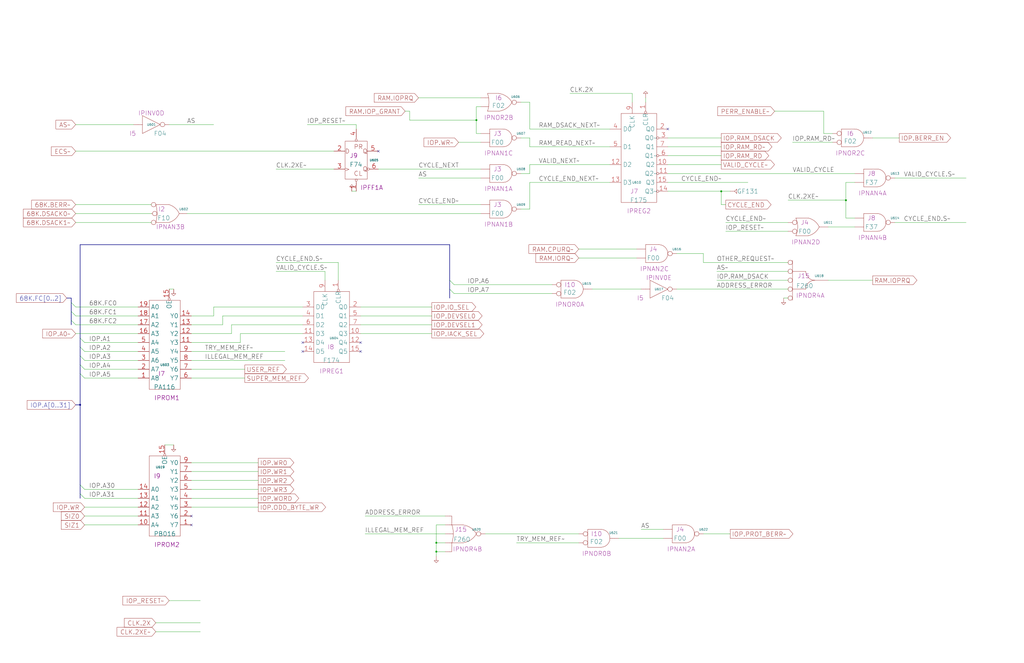
<source format=kicad_sch>
(kicad_sch (version 20220126) (generator eeschema)
  (paper "User" 584.2 378.46)
  (title_block (title "IOP\\nADDRESS DECODING") (date "22-SEP-90") (rev "2.0") (comment 1 "IOC") (comment 2 "232-003061") (comment 3 "S400") (comment 4 "RELEASED"))
  (lib_symbols
    (symbol "r1000:F00" (pin_numbers hide) (pin_names hide)
      (property "Reference" "U" (at 15.24 0 0))
      (property "Value" "F00" (at 1.905 -5.08 0))
      (property "Location" "___" (at 1.905 0 0))
      (property "Name" "______" (at 2.54 -12.7 0))
      (symbol "F00_0_1"
        (polyline (pts (xy -2.54 -7.62) (xy 5.08 -7.62)) (stroke (width 0.1524)))
        (polyline (pts (xy -2.54 2.54) (xy -2.54 -7.62)) (stroke (width 0.1524)))
        (polyline (pts (xy -2.54 2.54) (xy 5.08 2.54)) (stroke (width 0.1524)))
        (arc (start 5.08 -7.62) (mid 10.1282 -2.54) (end 5.08 2.54) (stroke (width 0.1524)))
        (circle (center 11.43 -2.54) (radius 1.27) (stroke (width 0.1524)))
      )
      (symbol "F00_0_2"
        (circle (center -3.81 -5.08) (radius 1.27) (stroke (width 0.1524)))
        (circle (center -3.81 0) (radius 1.27) (stroke (width 0.1524)))
        (arc (start -3.175 -7.62) (mid -2.134 -2.54) (end -3.175 2.54) (stroke (width 0.1524)))
        (polyline (pts (xy -3.175 -7.62) (xy 3.81 -7.62)) (stroke (width 0.1524)))
        (polyline (pts (xy -3.175 2.54) (xy 3.81 2.54)) (stroke (width 0.1524)))
        (arc (start 3.81 -7.62) (mid 7.5855 -5.8306) (end 10.16 -2.54) (stroke (width 0.1524)))
        (arc (start 10.16 -2.54) (mid 7.5827 0.7471) (end 3.81 2.54) (stroke (width 0.1524)))
      )
      (symbol "F00_1_1"
        (pin input line (at -7.62 0 0) (length 5.08) (name "D0") (number "1"))
        (pin input line (at -7.62 -5.08 0) (length 5.08) (name "D1") (number "2"))
        (pin output line (at 15.24 -2.54 180) (length 2.54) (name "Q") (number "3"))
      )
      (symbol "F00_1_2"
        (pin input line (at -7.62 0 0) (length 2.54) (name "D0") (number "1"))
        (pin input line (at -7.62 -5.08 0) (length 2.54) (name "D1") (number "2"))
        (pin output line (at 15.24 -2.54 180) (length 5.08) (name "Q") (number "3"))
      )
    )
    (symbol "r1000:F02" (pin_numbers hide) (pin_names hide)
      (property "Reference" "U" (at 12.16 0.635 0))
      (property "Value" "F02" (at -1.27 -4.445 0))
      (property "Location" "___" (at 2.54 0 0))
      (property "Name" "______" (at 2.54 -12.7 0))
      (symbol "F02_0_1"
        (arc (start -3.81 -7.62) (mid -2.9847 -2.54) (end -3.81 2.54) (stroke (width 0.1524)))
        (polyline (pts (xy -5.08 -5.08) (xy -3.175 -5.08)) (stroke (width 0.1524)))
        (polyline (pts (xy -5.08 0) (xy -3.175 0)) (stroke (width 0.1524)))
        (polyline (pts (xy -3.81 -7.62) (xy 2.54 -7.62)) (stroke (width 0.1524)))
        (polyline (pts (xy -3.81 2.54) (xy 2.54 2.54)) (stroke (width 0.1524)))
        (polyline (pts (xy 13.97 -2.54) (xy 12.7 -2.54)) (stroke (width 0.1524)))
        (arc (start 2.54 -7.62) (mid 6.9515 -5.9823) (end 10.16 -2.54) (stroke (width 0.1524)))
        (arc (start 10.16 -2.54) (mid 6.9478 0.8966) (end 2.54 2.54) (stroke (width 0.1524)))
        (circle (center 11.43 -2.54) (radius 1.27) (stroke (width 0.1524)))
      )
      (symbol "F02_0_2"
        (circle (center -3.81 -5.08) (radius 1.27) (stroke (width 0.1524)))
        (circle (center -3.81 0) (radius 1.27) (stroke (width 0.1524)))
        (polyline (pts (xy -2.54 -7.62) (xy 5.08 -7.62)) (stroke (width 0.1524)))
        (polyline (pts (xy -2.54 2.54) (xy -2.54 -7.62)) (stroke (width 0.1524)))
        (polyline (pts (xy -2.54 2.54) (xy 5.08 2.54)) (stroke (width 0.1524)))
        (polyline (pts (xy 11.43 -2.54) (xy 10.16 -2.54)) (stroke (width 0.1524)))
        (polyline (pts (xy 11.43 -2.54) (xy 12.7 -2.54)) (stroke (width 0.1524)))
        (arc (start 5.08 -7.62) (mid 10.1282 -2.54) (end 5.08 2.54) (stroke (width 0.1524)))
      )
      (symbol "F02_1_1"
        (pin input line (at -7.62 0 0) (length 2.54) (name "D0") (number "1"))
        (pin input line (at -7.62 -5.08 0) (length 2.54) (name "D1") (number "2"))
        (pin output line (at 15.24 -2.54 180) (length 1.27) (name "Q") (number "3"))
      )
      (symbol "F02_1_2"
        (pin input line (at -7.62 0 0) (length 2.54) (name "D0") (number "1"))
        (pin input line (at -7.62 -5.08 0) (length 2.54) (name "D1") (number "2"))
        (pin output line (at 15.24 -2.54 180) (length 2.54) (name "Q") (number "3"))
      )
    )
    (symbol "r1000:F04" (pin_numbers hide) (pin_names hide)
      (property "Reference" "U" (at 0 0 0))
      (property "Value" "F04" (at 1.27 -5.08 0))
      (property "Location" "___" (at -12.7 -5.08 0))
      (property "Name" "______" (at 0 5.08 0))
      (symbol "F04_0_1"
        (polyline (pts (xy -7.62 0) (xy -5.08 0)) (stroke (width 0.1524)))
        (polyline (pts (xy -5.08 5.08) (xy -5.08 -5.08)) (stroke (width 0.1524)))
        (polyline (pts (xy 5.08 0) (xy -5.08 -5.08)) (stroke (width 0.1524)))
        (polyline (pts (xy 5.08 0) (xy -5.08 5.08)) (stroke (width 0.1524)))
        (circle (center 6.35 0) (radius 1.27) (stroke (width 0.1524)))
      )
      (symbol "F04_1_1"
        (pin input line (at -10.16 0 0) (length 2.54) (name "D0") (number "1"))
        (pin output line (at 10.16 0 180) (length 2.54) (name "Q") (number "2"))
      )
    )
    (symbol "r1000:F10" (pin_numbers hide) (pin_names hide)
      (property "Reference" "U" (at 13.335 0 0))
      (property "Value" "F10" (at 5.715 -5.08 0))
      (property "Location" "___" (at -1.27 0 0))
      (property "Name" "______" (at -2.54 -10.16 0))
      (symbol "F10_0_1"
        (polyline (pts (xy -2.54 -7.62) (xy 5.08 -7.62)) (stroke (width 0.1524)))
        (polyline (pts (xy -2.54 2.54) (xy 5.08 2.54)) (stroke (width 0.1524)))
        (polyline (pts (xy -2.54 3.81) (xy -2.54 -8.89)) (stroke (width 0.1524)))
        (arc (start 5.08 -7.62) (mid 10.1282 -2.54) (end 5.08 2.54) (stroke (width 0.1524)))
        (circle (center 11.43 -2.54) (radius 1.27) (stroke (width 0.1524)))
      )
      (symbol "F10_0_2"
        (circle (center -3.81 -7.62) (radius 1.27) (stroke (width 0.1524)))
        (circle (center -3.81 2.54) (radius 1.27) (stroke (width 0.1524)))
        (circle (center -3.175 -2.54) (radius 1.27) (stroke (width 0.1524)))
        (arc (start -2.54 -7.62) (mid -1.8195 -2.54) (end -2.54 2.54) (stroke (width 0.1524)))
        (polyline (pts (xy -4.445 -2.54) (xy -5.08 -2.54)) (stroke (width 0.1524)))
        (polyline (pts (xy -2.54 -7.62) (xy 5.08 -7.62)) (stroke (width 0.1524)))
        (polyline (pts (xy -2.54 2.54) (xy 5.08 2.54)) (stroke (width 0.1524)))
        (polyline (pts (xy 10.795 -2.54) (xy 12.7 -2.54)) (stroke (width 0.1524)))
        (arc (start 5.08 -7.62) (mid 8.4845 -5.6954) (end 10.795 -2.54) (stroke (width 0.1524)))
        (arc (start 10.795 -2.54) (mid 8.4807 0.6111) (end 5.08 2.54) (stroke (width 0.1524)))
      )
      (symbol "F10_1_1"
        (pin input line (at -5.08 2.54 0) (length 2.54) (name "D0") (number "1"))
        (pin input line (at -5.08 -2.54 0) (length 2.54) (name "D1") (number "2"))
        (pin input line (at -5.08 -7.62 0) (length 2.54) (name "D2") (number "3"))
        (pin output line (at 15.24 -2.54 180) (length 2.54) (name "Q") (number "4"))
      )
      (symbol "F10_1_2"
        (pin input line (at -5.08 2.54 0) (length 0) (name "D0") (number "1"))
        (pin input line (at -5.08 -2.54 0) (length 0) (name "D1") (number "2"))
        (pin input line (at -5.08 -7.62 0) (length 0) (name "D2") (number "3"))
        (pin output line (at 15.24 -2.54 180) (length 2.54) (name "Q") (number "4"))
      )
    )
    (symbol "r1000:F174" (pin_names (offset 1.016))
      (property "Reference" "U" (at 2.54 5.08 0))
      (property "Value" "F174" (at -3.81 -7.62 0))
      (property "Location" "___" (at -1.27 0 0))
      (property "Name" "______" (at 1.27 -15.24 0))
      (symbol "F174_1_1"
        (rectangle (start -8.89 31.75) (end 11.43 -8.89))
        (circle (center 5.08 32.385) (radius 0.635))
        (pin input line (at 5.08 38.1 270) (length 5.08) (name "CLR") (number "1"))
        (pin output line (at 17.78 7.62 180) (length 6.35) (name "Q3") (number "10"))
        (pin input line (at -15.24 7.62 0) (length 6.35) (name "D3") (number "11"))
        (pin output line (at 17.78 2.54 180) (length 6.35) (name "Q4") (number "12"))
        (pin input line (at -15.24 2.54 0) (length 6.35) (name "D4") (number "13"))
        (pin input line (at -15.24 -2.54 0) (length 6.35) (name "D5") (number "14"))
        (pin output line (at 17.78 -2.54 180) (length 6.35) (name "Q5") (number "15"))
        (pin output line (at 17.78 22.86 180) (length 6.35) (name "Q0") (number "2"))
        (pin input line (at -15.24 22.86 0) (length 6.35) (name "D0") (number "3"))
        (pin input line (at -15.24 17.78 0) (length 6.35) (name "D1") (number "4"))
        (pin output line (at 17.78 17.78 180) (length 6.35) (name "Q1") (number "5"))
        (pin input line (at -15.24 12.7 0) (length 6.35) (name "D2") (number "6"))
        (pin output line (at 17.78 12.7 180) (length 6.35) (name "Q2") (number "7"))
        (pin input line (at -2.54 38.1 270) (length 6.35) (name "CLK") (number "9"))
      )
    )
    (symbol "r1000:F175" (pin_names (offset 1.016))
      (property "Reference" "U" (at 2.54 5.08 0))
      (property "Value" "F175" (at -1.27 -5.08 0))
      (property "Location" "___" (at -1.27 0 0))
      (property "Name" "______" (at 3.81 -12.7 0))
      (symbol "F175_1_1"
        (rectangle (start -6.35 44.45) (end 13.97 -6.35))
        (circle (center 7.62 45.085) (radius 0.635))
        (circle (center 14.605 0) (radius 0.635))
        (circle (center 14.605 10.16) (radius 0.635))
        (circle (center 14.605 20.32) (radius 0.635))
        (circle (center 14.605 30.48) (radius 0.635))
        (pin input line (at 7.62 50.8 270) (length 5.08) (name "CLR") (number "1"))
        (pin output line (at 20.32 15.24 180) (length 6.35) (name "Q2") (number "10"))
        (pin output line (at 20.32 10.16 180) (length 5.08) (name "Q2~") (number "11"))
        (pin input line (at -12.7 15.24 0) (length 6.35) (name "D2") (number "12"))
        (pin input line (at -12.7 5.08 0) (length 6.35) (name "D3") (number "13"))
        (pin output line (at 20.32 0 180) (length 5.08) (name "Q3~") (number "14"))
        (pin output line (at 20.32 5.08 180) (length 6.35) (name "Q3") (number "15"))
        (pin output line (at 20.32 35.56 180) (length 6.35) (name "Q0") (number "2"))
        (pin output line (at 20.32 30.48 180) (length 5.08) (name "Q0~") (number "3"))
        (pin input line (at -12.7 35.56 0) (length 6.35) (name "D0") (number "4"))
        (pin input line (at -12.7 25.4 0) (length 6.35) (name "D1") (number "5"))
        (pin output line (at 20.32 20.32 180) (length 5.08) (name "Q1~") (number "6"))
        (pin output line (at 20.32 25.4 180) (length 6.35) (name "Q1") (number "7"))
        (pin input line (at 0 50.8 270) (length 6.35) (name "CLK") (number "9"))
      )
    )
    (symbol "r1000:F260" (pin_numbers hide) (pin_names hide)
      (property "Reference" "U" (at 10.16 0 0))
      (property "Value" "F260" (at 1.905 -5.715 0))
      (property "Location" "___" (at 1.27 0 0))
      (property "Name" "______" (at 5.08 -12.7 0))
      (symbol "F260_0_1"
        (arc (start -3.8173 -7.62) (mid -2.9926 -2.54) (end -3.8173 2.54) (stroke (width 0.1524)))
        (polyline (pts (xy -5.08 -7.62) (xy -3.81 -7.62)) (stroke (width 0.1524)))
        (polyline (pts (xy -5.08 -2.54) (xy -3.0226 -2.54)) (stroke (width 0.1524)))
        (polyline (pts (xy -5.08 2.54) (xy -3.81 2.54)) (stroke (width 0.1524)))
        (polyline (pts (xy -3.81 -7.62) (xy 2.54 -7.62)) (stroke (width 0.1524)))
        (polyline (pts (xy -3.81 2.54) (xy 2.54 2.54)) (stroke (width 0.1524)))
        (polyline (pts (xy -5.08 -12.7) (xy -3.81 -12.7) (xy -3.81 -7.62)) (stroke (width 0.1524)))
        (polyline (pts (xy -5.08 7.62) (xy -3.81 7.62) (xy -3.81 2.54)) (stroke (width 0.1524)))
        (arc (start 2.54 -7.62) (mid 6.9504 -5.9805) (end 10.16 -2.54) (stroke (width 0.1524)))
        (arc (start 10.16 -2.54) (mid 6.9516 0.9024) (end 2.54 2.54) (stroke (width 0.1524)))
        (circle (center 11.43 -2.54) (radius 1.27) (stroke (width 0.1524)))
      )
      (symbol "F260_0_2"
        (circle (center -6.35 -12.7) (radius 1.27) (stroke (width 0.1524)))
        (circle (center -6.35 -7.62) (radius 1.27) (stroke (width 0.1524)))
        (circle (center -6.35 -2.54) (radius 1.27) (stroke (width 0.1524)))
        (circle (center -6.35 2.54) (radius 1.27) (stroke (width 0.1524)))
        (circle (center -6.35 7.62) (radius 1.27) (stroke (width 0.1524)))
        (polyline (pts (xy -5.08 -13.97) (xy -5.08 8.89)) (stroke (width 0.1524)))
        (polyline (pts (xy -5.08 -7.62) (xy 2.54 -7.62)) (stroke (width 0.1524)))
        (polyline (pts (xy -5.08 2.54) (xy 2.54 2.54)) (stroke (width 0.1524)))
        (arc (start 2.54 2.54) (mid -1.0521 -6.1321) (end 7.62 -2.54) (stroke (width 0.1524)))
        (arc (start 7.62 -2.54) (mid -1.0521 1.0521) (end 2.54 -7.62) (stroke (width 0.1524)))
      )
      (symbol "F260_1_1"
        (pin input line (at -7.62 -2.54 0) (length 2.54) (name "D2") (number "1"))
        (pin input line (at -7.62 7.62 0) (length 2.54) (name "D0") (number "12"))
        (pin input line (at -7.62 2.54 0) (length 2.54) (name "D1") (number "13"))
        (pin input line (at -7.62 -7.62 0) (length 2.54) (name "D3") (number "2"))
        (pin input line (at -7.62 -12.7 0) (length 2.54) (name "D4") (number "3"))
        (pin output line (at 15.24 -2.54 180) (length 2.54) (name "Q") (number "5"))
      )
      (symbol "F260_1_2"
        (pin input line (at -7.62 -2.54 0) (length 0) (name "D2") (number "1"))
        (pin input line (at -7.62 7.62 0) (length 0) (name "D0") (number "12"))
        (pin input line (at -7.62 2.54 0) (length 0) (name "D1") (number "13"))
        (pin input line (at -7.62 -7.62 0) (length 0) (name "D3") (number "2"))
        (pin input line (at -7.62 -12.7 0) (length 0) (name "D4") (number "3"))
        (pin output line (at 15.24 -2.54 180) (length 7.62) (name "Q") (number "5"))
      )
    )
    (symbol "r1000:F37" (pin_numbers hide) (pin_names (offset 0) hide)
      (property "Reference" "U" (at 15.24 0 0))
      (property "Value" "F37" (at 1.905 -5.08 0))
      (property "Location" "___" (at 1.905 0 0))
      (property "Name" "______" (at 2.54 -12.7 0))
      (symbol "F37_0_1"
        (polyline (pts (xy -2.54 -7.62) (xy 5.08 -7.62)) (stroke (width 0.1524)))
        (polyline (pts (xy -2.54 2.54) (xy -2.54 -7.62)) (stroke (width 0.1524)))
        (polyline (pts (xy -2.54 2.54) (xy 5.08 2.54)) (stroke (width 0.1524)))
        (arc (start 5.08 -7.62) (mid 10.1282 -2.54) (end 5.08 2.54) (stroke (width 0.1524)))
        (circle (center 11.43 -2.54) (radius 1.27) (stroke (width 0.1524)))
      )
      (symbol "F37_0_2"
        (circle (center -3.81 -5.08) (radius 1.27) (stroke (width 0.1524)))
        (circle (center -3.81 0) (radius 1.27) (stroke (width 0.1524)))
        (arc (start -3.175 -7.62) (mid -2.134 -2.54) (end -3.175 2.54) (stroke (width 0.1524)))
        (polyline (pts (xy -3.175 -7.62) (xy 3.81 -7.62)) (stroke (width 0.1524)))
        (polyline (pts (xy -3.175 2.54) (xy 3.81 2.54)) (stroke (width 0.1524)))
        (arc (start 3.81 -7.62) (mid 7.5855 -5.8306) (end 10.16 -2.54) (stroke (width 0.1524)))
        (arc (start 10.16 -2.54) (mid 7.5827 0.7471) (end 3.81 2.54) (stroke (width 0.1524)))
      )
      (symbol "F37_1_1"
        (pin input line (at -7.62 0 0) (length 5.08) (name "D0") (number "1"))
        (pin input line (at -7.62 -5.08 0) (length 5.08) (name "D1") (number "2"))
        (pin output line (at 15.24 -2.54 180) (length 2.54) (name "Q") (number "3"))
      )
      (symbol "F37_1_2"
        (pin input line (at -7.62 0 0) (length 2.54) (name "D0") (number "1"))
        (pin input line (at -7.62 -5.08 0) (length 2.54) (name "D1") (number "2"))
        (pin output line (at 15.24 -2.54 180) (length 5.08) (name "Q") (number "3"))
      )
    )
    (symbol "r1000:F74" (pin_names (offset 1.016) hide)
      (property "Reference" "U" (at 12.7 -2.54 0))
      (property "Value" "F74" (at -1.27 -5.08 0))
      (property "Location" "___" (at -1.27 0 0))
      (property "Name" "______" (at 11.43 -19.685 0))
      (symbol "F74_0_1"
        (rectangle (start -3.81 8.255) (end 8.89 -13.335) (stroke (width 0.1524)))
        (polyline (pts (xy 2.54 -15.24) (xy 2.54 -14.605)) (stroke (width 0.1524)))
        (polyline (pts (xy 2.54 10.16) (xy 2.54 9.525)) (stroke (width 0.1524)))
      )
      (symbol "F74_1_1"
        (circle (center 2.54 -13.97) (radius 0.635))
        (circle (center 2.54 8.89) (radius 0.635))
        (circle (center 9.525 -7.62) (radius 0.635))
        (text ">" (at -2.54 -7.62 0) (effects (font (size 2.54 2.54))))
        (text "C" (at 2.54 -10.16 0) (effects (font (size 2.54 2.54))))
        (text "D" (at -2.54 2.54 0) (effects (font (size 2.54 2.54))))
        (text "L" (at 5.08 -10.16 0) (effects (font (size 2.54 2.54))))
        (text "P" (at 2.54 5.08 0) (effects (font (size 2.54 2.54))))
        (text "Q" (at 7.62 -7.62 0) (effects (font (size 2.54 2.54))))
        (text "Q" (at 7.62 2.54 0) (effects (font (size 2.54 2.54))))
        (text "R" (at 5.08 5.08 0) (effects (font (size 2.54 2.54))))
        (pin input line (at 2.54 -20.32 90) (length 5.08) (name "CL_") (number "1"))
        (pin input line (at -10.16 2.54 0) (length 6.35) (name "D") (number "2"))
        (pin input line (at -10.16 -7.62 0) (length 6.35) (name "CLK") (number "3"))
        (pin input line (at 2.54 15.24 270) (length 5.08) (name "PR_") (number "4"))
        (pin output line (at 15.24 2.54 180) (length 6.35) (name "Q") (number "5"))
        (pin output line (at 15.24 -7.62 180) (length 5.08) (name "Q_") (number "6"))
      )
    )
    (symbol "r1000:GF" (pin_numbers hide) (pin_names (offset 0) hide)
      (property "Reference" "GF" (at 3.81 0 0))
      (symbol "GF_0_1"
        (polyline (pts (xy 2.54 0) (xy 3.81 1.27) (xy 3.81 -1.27) (xy 2.54 0)) (stroke (width 0.1524)))
      )
      (symbol "GF_1_1"
        (pin bidirectional line (at 0 0 0) (length 2.54) (name "") (number "1"))
      )
    )
    (symbol "r1000:PAxxx" (pin_names (offset 1.016))
      (property "Reference" "U" (at 2.54 5.08 0))
      (property "Value" "PAxxx" (at -3.81 -7.62 0))
      (property "Location" "___" (at -1.27 0 0))
      (property "Name" "______" (at 3.81 -15.24 0))
      (symbol "PAxxx_1_1"
        (rectangle (start -6.35 41.91) (end 11.43 -8.89))
        (circle (center 5.08 42.545) (radius 0.635))
        (pin input line (at -12.7 -2.54 0) (length 6.35) (name "A8") (number "1"))
        (pin tri_state line (at 17.78 17.78 180) (length 6.35) (name "Y3") (number "11"))
        (pin tri_state line (at 17.78 22.86 180) (length 6.35) (name "Y2") (number "12"))
        (pin tri_state line (at 17.78 27.94 180) (length 6.35) (name "Y1") (number "13"))
        (pin tri_state line (at 17.78 33.02 180) (length 6.35) (name "Y0") (number "14"))
        (pin input line (at 5.08 48.26 270) (length 5.08) (name "OE") (number "15"))
        (pin input line (at -12.7 22.86 0) (length 6.35) (name "A3") (number "16"))
        (pin input line (at -12.7 27.94 0) (length 6.35) (name "A2") (number "17"))
        (pin input line (at -12.7 33.02 0) (length 6.35) (name "A1") (number "18"))
        (pin input line (at -12.7 38.1 0) (length 6.35) (name "A0") (number "19"))
        (pin input line (at -12.7 2.54 0) (length 6.35) (name "A7") (number "2"))
        (pin input line (at -12.7 7.62 0) (length 6.35) (name "A6") (number "3"))
        (pin input line (at -12.7 12.7 0) (length 6.35) (name "A5") (number "4"))
        (pin input line (at -12.7 17.78 0) (length 6.35) (name "A4") (number "5"))
        (pin tri_state line (at 17.78 -2.54 180) (length 6.35) (name "Y7") (number "6"))
        (pin tri_state line (at 17.78 2.54 180) (length 6.35) (name "Y6") (number "7"))
        (pin tri_state line (at 17.78 7.62 180) (length 6.35) (name "Y5") (number "8"))
        (pin tri_state line (at 17.78 12.7 180) (length 6.35) (name "Y4") (number "9"))
      )
    )
    (symbol "r1000:PBxxx" (pin_names (offset 1.016))
      (property "Reference" "U" (at 2.54 5.08 0))
      (property "Value" "PBxxx" (at -1.27 -33.02 0))
      (property "Location" "___" (at -1.27 0 0))
      (property "Name" "______" (at 6.35 -40.64 0))
      (symbol "PBxxx_1_1"
        (rectangle (start -3.81 11.43) (end 13.97 -34.29))
        (circle (center 5.08 12.065) (radius 0.635))
        (pin tri_state line (at 20.32 -27.94 180) (length 6.35) (name "Y7") (number "1"))
        (pin input line (at -10.16 -27.94 0) (length 6.35) (name "A4") (number "10"))
        (pin input line (at -10.16 -22.86 0) (length 6.35) (name "A3") (number "11"))
        (pin input line (at -10.16 -17.78 0) (length 6.35) (name "A2") (number "12"))
        (pin input line (at -10.16 -12.7 0) (length 6.35) (name "A1") (number "13"))
        (pin input line (at -10.16 -7.62 0) (length 6.35) (name "A0") (number "14"))
        (pin input line (at 5.08 17.78 270) (length 5.08) (name "OE") (number "15"))
        (pin tri_state line (at 20.32 -22.86 180) (length 6.35) (name "Y6") (number "2"))
        (pin tri_state line (at 20.32 -17.78 180) (length 6.35) (name "Y5") (number "3"))
        (pin tri_state line (at 20.32 -12.7 180) (length 6.35) (name "Y4") (number "4"))
        (pin tri_state line (at 20.32 -7.62 180) (length 6.35) (name "Y3") (number "5"))
        (pin tri_state line (at 20.32 -2.54 180) (length 6.35) (name "Y2") (number "6"))
        (pin tri_state line (at 20.32 2.54 180) (length 6.35) (name "Y1") (number "7"))
        (pin tri_state line (at 20.32 7.62 180) (length 6.35) (name "Y0") (number "9"))
      )
    )
    (symbol "r1000:PD" (power) (pin_numbers hide) (pin_names hide) (in_bom no)
      (symbol "PD_0_1"
        (polyline (pts (xy 0 -2.54) (xy 1.27 -2.54) (xy 0 -3.81) (xy -1.27 -2.54) (xy 0 -2.54)) (stroke (width 0.1524)))
      )
      (symbol "PD_1_1"
        (pin power_in line (at 0 0 270) (length 2.54) (name "PD") (number "1"))
      )
    )
    (symbol "r1000:PU" (power) (pin_numbers hide) (pin_names hide)
      (symbol "PU_0_1"
        (polyline (pts (xy 0 2.54) (xy -1.27 2.54) (xy 0 3.81) (xy 1.27 2.54) (xy 0 2.54)) (stroke (width 0.1524)))
      )
      (symbol "PU_1_1"
        (pin power_in line (at 0 0 90) (length 2.54) (name "PU") (number "1"))
      )
    )
  )
  (bus (pts (xy 256.54 139.7) (xy 256.54 160.02)))
  (bus (pts (xy 256.54 160.02) (xy 256.54 165.1)))
  (bus (pts (xy 256.54 165.1) (xy 256.54 170.18)))
  (bus (pts (xy 38.1 170.18) (xy 40.64 170.18)))
  (bus (pts (xy 40.64 170.18) (xy 40.64 172.72)))
  (bus (pts (xy 40.64 172.72) (xy 40.64 177.8)))
  (bus (pts (xy 40.64 177.8) (xy 40.64 182.88)))
  (bus (pts (xy 40.64 182.88) (xy 40.64 185.42)))
  (bus (pts (xy 43.18 231.14) (xy 45.72 231.14)))
  (bus (pts (xy 45.72 139.7) (xy 256.54 139.7)))
  (bus (pts (xy 45.72 139.7) (xy 45.72 193.04)))
  (bus (pts (xy 45.72 193.04) (xy 45.72 198.12)))
  (bus (pts (xy 45.72 198.12) (xy 45.72 203.2)))
  (bus (pts (xy 45.72 203.2) (xy 45.72 208.28)))
  (bus (pts (xy 45.72 208.28) (xy 45.72 213.36)))
  (bus (pts (xy 45.72 213.36) (xy 45.72 231.14)))
  (bus (pts (xy 45.72 231.14) (xy 45.72 276.86)))
  (bus (pts (xy 45.72 276.86) (xy 45.72 281.94)))
  (bus (pts (xy 45.72 281.94) (xy 45.72 284.48)))
  (wire (pts (xy 106.68 121.92) (xy 274.32 121.92)))
  (wire (pts (xy 109.22 180.34) (xy 121.92 180.34)))
  (wire (pts (xy 109.22 190.5) (xy 132.08 190.5)))
  (wire (pts (xy 109.22 200.66) (xy 162.56 200.66)))
  (wire (pts (xy 109.22 205.74) (xy 162.56 205.74)))
  (wire (pts (xy 109.22 210.82) (xy 139.7 210.82)))
  (wire (pts (xy 109.22 215.9) (xy 139.7 215.9)))
  (wire (pts (xy 109.22 264.16) (xy 147.32 264.16)))
  (wire (pts (xy 109.22 269.24) (xy 147.32 269.24)))
  (wire (pts (xy 109.22 274.32) (xy 147.32 274.32)))
  (wire (pts (xy 109.22 279.4) (xy 147.32 279.4)))
  (wire (pts (xy 109.22 284.48) (xy 147.32 284.48)))
  (wire (pts (xy 109.22 289.56) (xy 147.32 289.56)))
  (wire (pts (xy 121.92 175.26) (xy 172.72 175.26)))
  (wire (pts (xy 121.92 180.34) (xy 121.92 175.26)))
  (wire (pts (xy 127 180.34) (xy 127 185.42)))
  (wire (pts (xy 127 185.42) (xy 109.22 185.42)))
  (wire (pts (xy 132.08 185.42) (xy 172.72 185.42)))
  (wire (pts (xy 132.08 190.5) (xy 132.08 185.42)))
  (wire (pts (xy 137.16 190.5) (xy 137.16 195.58)))
  (wire (pts (xy 137.16 195.58) (xy 109.22 195.58)))
  (wire (pts (xy 157.48 149.86) (xy 193.04 149.86)))
  (wire (pts (xy 157.48 154.94) (xy 185.42 154.94)))
  (wire (pts (xy 157.48 96.52) (xy 190.5 96.52)))
  (wire (pts (xy 172.72 180.34) (xy 127 180.34)))
  (wire (pts (xy 172.72 190.5) (xy 137.16 190.5)))
  (wire (pts (xy 175.26 71.12) (xy 203.2 71.12)))
  (wire (pts (xy 185.42 154.94) (xy 185.42 160.02)))
  (wire (pts (xy 193.04 149.86) (xy 193.04 160.02)))
  (wire (pts (xy 200.66 109.22) (xy 203.2 109.22)))
  (wire (pts (xy 203.2 71.12) (xy 203.2 73.66)))
  (wire (pts (xy 205.74 175.26) (xy 246.38 175.26)))
  (wire (pts (xy 205.74 180.34) (xy 246.38 180.34)))
  (wire (pts (xy 205.74 185.42) (xy 246.38 185.42)))
  (wire (pts (xy 205.74 190.5) (xy 246.38 190.5)))
  (wire (pts (xy 208.28 294.64) (xy 254 294.64)))
  (wire (pts (xy 208.28 304.8) (xy 254 304.8)))
  (wire (pts (xy 215.9 96.52) (xy 274.32 96.52)))
  (wire (pts (xy 231.14 63.5) (xy 233.68 63.5)))
  (wire (pts (xy 233.68 63.5) (xy 233.68 68.58)))
  (wire (pts (xy 233.68 68.58) (xy 271.78 68.58)))
  (wire (pts (xy 238.76 101.6) (xy 274.32 101.6)))
  (wire (pts (xy 238.76 116.84) (xy 274.32 116.84)))
  (wire (pts (xy 238.76 55.88) (xy 274.32 55.88)))
  (wire (pts (xy 248.92 299.72) (xy 254 299.72)))
  (wire (pts (xy 248.92 309.88) (xy 248.92 299.72)))
  (wire (pts (xy 248.92 309.88) (xy 254 309.88)))
  (wire (pts (xy 248.92 314.96) (xy 248.92 309.88)))
  (wire (pts (xy 248.92 314.96) (xy 254 314.96)))
  (wire (pts (xy 248.92 317.5) (xy 248.92 314.96)))
  (wire (pts (xy 259.08 162.56) (xy 314.96 162.56)))
  (wire (pts (xy 259.08 167.64) (xy 314.96 167.64)))
  (wire (pts (xy 261.62 81.28) (xy 274.32 81.28)))
  (wire (pts (xy 271.78 60.96) (xy 274.32 60.96)))
  (wire (pts (xy 271.78 68.58) (xy 271.78 60.96)))
  (wire (pts (xy 271.78 76.2) (xy 271.78 68.58)))
  (wire (pts (xy 274.32 76.2) (xy 271.78 76.2)))
  (wire (pts (xy 276.86 304.8) (xy 330.2 304.8)))
  (wire (pts (xy 294.64 309.88) (xy 330.2 309.88)))
  (wire (pts (xy 297.18 58.42) (xy 302.26 58.42)))
  (wire (pts (xy 297.18 99.06) (xy 302.26 99.06)))
  (wire (pts (xy 302.26 104.14) (xy 302.26 119.38)))
  (wire (pts (xy 302.26 119.38) (xy 297.18 119.38)))
  (wire (pts (xy 302.26 58.42) (xy 302.26 73.66)))
  (wire (pts (xy 302.26 73.66) (xy 347.98 73.66)))
  (wire (pts (xy 302.26 78.74) (xy 297.18 78.74)))
  (wire (pts (xy 302.26 83.82) (xy 302.26 78.74)))
  (wire (pts (xy 302.26 93.98) (xy 347.98 93.98)))
  (wire (pts (xy 302.26 99.06) (xy 302.26 93.98)))
  (wire (pts (xy 325.12 53.34) (xy 360.68 53.34)))
  (wire (pts (xy 330.2 142.24) (xy 363.22 142.24)))
  (wire (pts (xy 330.2 147.32) (xy 363.22 147.32)))
  (wire (pts (xy 337.82 165.1) (xy 365.76 165.1)))
  (wire (pts (xy 347.98 104.14) (xy 302.26 104.14)))
  (wire (pts (xy 347.98 83.82) (xy 302.26 83.82)))
  (wire (pts (xy 353.06 307.34) (xy 378.46 307.34)))
  (wire (pts (xy 360.68 53.34) (xy 360.68 58.42)))
  (wire (pts (xy 365.76 302.26) (xy 378.46 302.26)))
  (wire (pts (xy 368.3 55.88) (xy 368.3 58.42)))
  (wire (pts (xy 381 104.14) (xy 426.72 104.14)))
  (wire (pts (xy 381 109.22) (xy 411.48 109.22)))
  (wire (pts (xy 381 78.74) (xy 411.48 78.74)))
  (wire (pts (xy 381 83.82) (xy 411.48 83.82)))
  (wire (pts (xy 381 88.9) (xy 411.48 88.9)))
  (wire (pts (xy 381 93.98) (xy 411.48 93.98)))
  (wire (pts (xy 381 99.06) (xy 487.68 99.06)))
  (wire (pts (xy 386.08 144.78) (xy 401.32 144.78)))
  (wire (pts (xy 386.08 165.1) (xy 449.58 165.1)))
  (wire (pts (xy 401.32 144.78) (xy 401.32 149.86)))
  (wire (pts (xy 401.32 149.86) (xy 449.58 149.86)))
  (wire (pts (xy 401.32 304.8) (xy 416.56 304.8)))
  (wire (pts (xy 408.94 154.94) (xy 449.58 154.94)))
  (wire (pts (xy 408.94 160.02) (xy 449.58 160.02)))
  (wire (pts (xy 411.48 109.22) (xy 416.56 109.22)))
  (wire (pts (xy 411.48 116.84) (xy 411.48 109.22)))
  (wire (pts (xy 414.02 116.84) (xy 411.48 116.84)))
  (wire (pts (xy 414.02 127) (xy 449.58 127)))
  (wire (pts (xy 414.02 132.08) (xy 449.58 132.08)))
  (wire (pts (xy 43.18 116.84) (xy 86.36 116.84)))
  (wire (pts (xy 43.18 121.92) (xy 86.36 121.92)))
  (wire (pts (xy 43.18 127) (xy 86.36 127)))
  (wire (pts (xy 43.18 175.26) (xy 78.74 175.26)))
  (wire (pts (xy 43.18 180.34) (xy 78.74 180.34)))
  (wire (pts (xy 43.18 185.42) (xy 78.74 185.42)))
  (wire (pts (xy 43.18 190.5) (xy 78.74 190.5)))
  (wire (pts (xy 43.18 71.12) (xy 76.2 71.12)))
  (wire (pts (xy 43.18 86.36) (xy 190.5 86.36)))
  (wire (pts (xy 441.96 63.5) (xy 469.9 63.5)))
  (wire (pts (xy 447.04 170.18) (xy 449.58 170.18)))
  (wire (pts (xy 449.58 114.3) (xy 482.6 114.3)))
  (wire (pts (xy 452.12 81.28) (xy 474.98 81.28)))
  (wire (pts (xy 469.9 63.5) (xy 469.9 76.2)))
  (wire (pts (xy 469.9 76.2) (xy 474.98 76.2)))
  (wire (pts (xy 472.44 129.54) (xy 487.68 129.54)))
  (wire (pts (xy 472.44 160.02) (xy 497.84 160.02)))
  (wire (pts (xy 48.26 195.58) (xy 78.74 195.58)))
  (wire (pts (xy 48.26 200.66) (xy 78.74 200.66)))
  (wire (pts (xy 48.26 205.74) (xy 78.74 205.74)))
  (wire (pts (xy 48.26 210.82) (xy 78.74 210.82)))
  (wire (pts (xy 48.26 215.9) (xy 78.74 215.9)))
  (wire (pts (xy 48.26 279.4) (xy 78.74 279.4)))
  (wire (pts (xy 48.26 284.48) (xy 78.74 284.48)))
  (wire (pts (xy 48.26 289.56) (xy 78.74 289.56)))
  (wire (pts (xy 48.26 294.64) (xy 78.74 294.64)))
  (wire (pts (xy 48.26 299.72) (xy 78.74 299.72)))
  (wire (pts (xy 482.6 104.14) (xy 487.68 104.14)))
  (wire (pts (xy 482.6 114.3) (xy 482.6 104.14)))
  (wire (pts (xy 482.6 124.46) (xy 482.6 114.3)))
  (wire (pts (xy 487.68 124.46) (xy 482.6 124.46)))
  (wire (pts (xy 497.84 78.74) (xy 513.08 78.74)))
  (wire (pts (xy 510.54 101.6) (xy 551.18 101.6)))
  (wire (pts (xy 510.54 127) (xy 551.18 127)))
  (wire (pts (xy 88.9 355.6) (xy 114.3 355.6)))
  (wire (pts (xy 88.9 360.68) (xy 114.3 360.68)))
  (wire (pts (xy 93.98 254) (xy 99.06 254)))
  (wire (pts (xy 96.52 165.1) (xy 99.06 165.1)))
  (wire (pts (xy 96.52 342.9) (xy 114.3 342.9)))
  (wire (pts (xy 96.52 71.12) (xy 121.92 71.12)))
  (global_label "68K.FC[0..2]" (shape input) (at 38.1 170.18 180) (effects (font (size 2.54 2.54))) (property "Intersheet References" "${INTERSHEET_REFS}" (at 8.9444 170.0213 0) (effects (font (size 1.905 1.905)) (justify right))))
  (bus_entry (at 40.64 172.72) (size 2.54 2.54))
  (bus_entry (at 40.64 177.8) (size 2.54 2.54))
  (bus_entry (at 40.64 182.88) (size 2.54 2.54))
  (global_label "AS~" (shape input) (at 43.18 71.12 180) (effects (font (size 2.54 2.54))) (property "Intersheet References" "${INTERSHEET_REFS}" (at 31.5625 70.9613 0) (effects (font (size 1.905 1.905)) (justify right))))
  (global_label "ECS~" (shape input) (at 43.18 86.36 180) (effects (font (size 2.54 2.54))) (property "Intersheet References" "${INTERSHEET_REFS}" (at 28.9016 86.2013 0) (effects (font (size 1.905 1.905)) (justify right))))
  (global_label "68K.BERR~" (shape input) (at 43.18 116.84 180) (effects (font (size 2.54 2.54))) (property "Intersheet References" "${INTERSHEET_REFS}" (at 17.653 116.6813 0) (effects (font (size 1.905 1.905)) (justify right))))
  (global_label "68K.DSACK0~" (shape input) (at 43.18 121.92 180) (effects (font (size 2.54 2.54))) (property "Intersheet References" "${INTERSHEET_REFS}" (at 12.9359 121.7613 0) (effects (font (size 1.905 1.905)) (justify right))))
  (global_label "68K.DSACK1~" (shape input) (at 43.18 127 180) (effects (font (size 2.54 2.54))) (property "Intersheet References" "${INTERSHEET_REFS}" (at 12.9359 126.8413 0) (effects (font (size 1.905 1.905)) (justify right))))
  (global_label "IOP.A0~" (shape input) (at 43.18 190.5 180) (effects (font (size 2.54 2.54))) (property "Intersheet References" "${INTERSHEET_REFS}" (at 23.9425 190.3413 0) (effects (font (size 1.905 1.905)) (justify right))))
  (global_label "IOP.A[0..31]" (shape input) (at 43.18 231.14 180) (effects (font (size 2.54 2.54))) (property "Intersheet References" "${INTERSHEET_REFS}" (at 14.6369 231.14 0) (effects (font (size 1.905 1.905)) (justify right))))
  (bus_entry (at 45.72 193.04) (size 2.54 2.54))
  (bus_entry (at 45.72 198.12) (size 2.54 2.54))
  (bus_entry (at 45.72 203.2) (size 2.54 2.54))
  (bus_entry (at 45.72 208.28) (size 2.54 2.54))
  (bus_entry (at 45.72 213.36) (size 2.54 2.54))
  (junction (at 45.72 231.14))
  (bus_entry (at 45.72 276.86) (size 2.54 2.54))
  (bus_entry (at 45.72 281.94) (size 2.54 2.54))
  (global_label "IOP.WR" (shape input) (at 48.26 289.56 180) (effects (font (size 2.54 2.54))) (property "Intersheet References" "${INTERSHEET_REFS}" (at 23.8216 289.4013 0) (effects (font (size 1.905 1.905)) (justify right))))
  (global_label "SIZ0" (shape input) (at 48.26 294.64 180) (effects (font (size 2.54 2.54))) (property "Intersheet References" "${INTERSHEET_REFS}" (at 34.5863 294.4813 0) (effects (font (size 1.905 1.905)) (justify right))))
  (global_label "SIZ1" (shape input) (at 48.26 299.72 180) (effects (font (size 2.54 2.54))) (property "Intersheet References" "${INTERSHEET_REFS}" (at 34.5863 299.5613 0) (effects (font (size 1.905 1.905)) (justify right))))
  (label "68K.FC0" (at 50.8 175.26 0) (effects (font (size 2.54 2.54))))
  (label "68K.FC1" (at 50.8 180.34 0) (effects (font (size 2.54 2.54))))
  (label "68K.FC2" (at 50.8 185.42 0) (effects (font (size 2.54 2.54))))
  (label "IOP.A1" (at 50.8 195.58 0) (effects (font (size 2.54 2.54))))
  (label "IOP.A2" (at 50.8 200.66 0) (effects (font (size 2.54 2.54))))
  (label "IOP.A3" (at 50.8 205.74 0) (effects (font (size 2.54 2.54))))
  (label "IOP.A4" (at 50.8 210.82 0) (effects (font (size 2.54 2.54))))
  (label "IOP.A5" (at 50.8 215.9 0) (effects (font (size 2.54 2.54))))
  (label "IOP.A30" (at 50.8 279.4 0) (effects (font (size 2.54 2.54))))
  (label "IOP.A31" (at 50.8 284.48 0) (effects (font (size 2.54 2.54))))
  (symbol (lib_id "r1000:F04") (at 86.36 71.12 0) (unit 1)
    (property "Reference" "U601" (at 86.36 71.12 0))
    (property "Value" "F04" (at 87.63 76.2 0) (effects (font (size 2.54 2.54)) (justify left)))
    (property "Location" "I5" (at 73.66 76.2 0) (effects (font (size 2.54 2.54)) (justify left)))
    (property "Name" "IPINV0D" (at 86.36 66.04 0) (effects (font (size 2.54 2.54)) (justify bottom)))
  )
  (symbol (lib_id "r1000:PBxxx") (at 88.9 271.78 0) (unit 1)
    (property "Reference" "U619" (at 91.44 266.7 0))
    (property "Value" "PB016" (at 87.63 304.8 0) (effects (font (size 2.54 2.54)) (justify left)))
    (property "Location" "I9" (at 87.63 271.78 0) (effects (font (size 2.54 2.54)) (justify left)))
    (property "Name" "IPROM2" (at 95.25 312.42 0) (effects (font (size 2.54 2.54)) (justify bottom)))
  )
  (global_label "CLK.2X" (shape input) (at 88.9 355.6 180) (effects (font (size 2.54 2.54))) (property "Intersheet References" "${INTERSHEET_REFS}" (at 64.3406 355.4413 0) (effects (font (size 1.905 1.905)) (justify right))))
  (global_label "CLK.2XE~" (shape input) (at 88.9 360.68 180) (effects (font (size 2.54 2.54))) (property "Intersheet References" "${INTERSHEET_REFS}" (at 60.2282 360.5213 0) (effects (font (size 1.905 1.905)) (justify right))))
  (symbol (lib_id "r1000:F10") (at 91.44 119.38 0) (unit 1) (convert 2)
    (property "Reference" "U602" (at 104.775 119.38 0))
    (property "Value" "F10" (at 97.155 124.46 0) (effects (font (size 2.54 2.54)) (justify right)))
    (property "Location" "I2" (at 90.17 119.38 0) (effects (font (size 2.54 2.54)) (justify left)))
    (property "Name" "IPNAN3B" (at 88.9 129.54 0) (effects (font (size 2.54 2.54)) (justify left)))
  )
  (symbol (lib_id "r1000:PAxxx") (at 91.44 213.36 0) (unit 1)
    (property "Reference" "U603" (at 93.98 208.28 0))
    (property "Value" "PA116" (at 87.63 220.98 0) (effects (font (size 2.54 2.54)) (justify left)))
    (property "Location" "I7" (at 90.17 213.36 0) (effects (font (size 2.54 2.54)) (justify left)))
    (property "Name" "IPROM1" (at 95.25 228.6 0) (effects (font (size 2.54 2.54)) (justify bottom)))
  )
  (global_label "IOP_RESET~" (shape input) (at 96.52 342.9 180) (effects (font (size 2.54 2.54))) (property "Intersheet References" "${INTERSHEET_REFS}" (at 69.6625 342.7413 0) (effects (font (size 1.905 1.905)) (justify right))))
  (symbol (lib_id "r1000:PD") (at 99.06 165.1 0) (unit 1) (in_bom no)
    (property "Reference" "#PWR0601" (effects hide))
    (property "Value" "PD" (effects hide))
  )
  (symbol (lib_id "r1000:PD") (at 99.06 254 0) (unit 1) (in_bom no)
    (property "Reference" "#PWR0605" (effects hide))
    (property "Value" "PD" (effects hide))
  )
  (label "AS" (at 106.68 71.12 0) (effects (font (size 2.54 2.54))))
  (no_connect (at 109.22 294.64))
  (no_connect (at 109.22 299.72))
  (label "TRY_MEM_REF~" (at 116.84 200.66 0) (effects (font (size 2.54 2.54))))
  (label "ILLEGAL_MEM_REF" (at 116.84 205.74 0) (effects (font (size 2.54 2.54))))
  (global_label "USER_REF" (shape output) (at 139.7 210.82 0) (effects (font (size 2.54 2.54))) (property "Intersheet References" "${INTERSHEET_REFS}" (at 163.7756 210.6613 0) (effects (font (size 1.905 1.905)) (justify left))))
  (global_label "SUPER_MEM_REF" (shape output) (at 139.7 215.9 0) (effects (font (size 2.54 2.54))) (property "Intersheet References" "${INTERSHEET_REFS}" (at 176.3546 215.7413 0) (effects (font (size 1.905 1.905)) (justify left))))
  (global_label "IOP.WR0" (shape output) (at 147.32 264.16 0) (effects (font (size 2.54 2.54))) (property "Intersheet References" "${INTERSHEET_REFS}" (at 168.0089 264.0013 0) (effects (font (size 1.905 1.905)) (justify left))))
  (global_label "IOP.WR1" (shape output) (at 147.32 269.24 0) (effects (font (size 2.54 2.54))) (property "Intersheet References" "${INTERSHEET_REFS}" (at 168.0089 269.0813 0) (effects (font (size 1.905 1.905)) (justify left))))
  (global_label "IOP.WR2" (shape output) (at 147.32 274.32 0) (effects (font (size 2.54 2.54))) (property "Intersheet References" "${INTERSHEET_REFS}" (at 168.0089 274.1613 0) (effects (font (size 1.905 1.905)) (justify left))))
  (global_label "IOP.WR3" (shape output) (at 147.32 279.4 0) (effects (font (size 2.54 2.54))) (property "Intersheet References" "${INTERSHEET_REFS}" (at 168.0089 279.2413 0) (effects (font (size 1.905 1.905)) (justify left))))
  (global_label "IOP.WORD" (shape output) (at 147.32 284.48 0) (effects (font (size 2.54 2.54))) (property "Intersheet References" "${INTERSHEET_REFS}" (at 170.7908 284.3213 0) (effects (font (size 1.905 1.905)) (justify left))))
  (global_label "IOP.ODD_BYTE_WR" (shape output) (at 147.32 289.56 0) (effects (font (size 2.54 2.54))) (property "Intersheet References" "${INTERSHEET_REFS}" (at 186.1518 289.4013 0) (effects (font (size 1.905 1.905)) (justify left))))
  (label "CLK.2XE~" (at 157.48 96.52 0) (effects (font (size 2.54 2.54))))
  (label "CYCLE_END.S~" (at 157.48 149.86 0) (effects (font (size 2.54 2.54))))
  (label "VALID_CYCLE.S~" (at 157.48 154.94 0) (effects (font (size 2.54 2.54))))
  (no_connect (at 172.72 195.58))
  (no_connect (at 172.72 200.66))
  (label "IOP_RESET~" (at 175.26 71.12 0) (effects (font (size 2.54 2.54))))
  (symbol (lib_id "r1000:F174") (at 187.96 198.12 0) (unit 1)
    (property "Reference" "U604" (at 190.5 193.04 0))
    (property "Value" "F174" (at 184.15 205.74 0) (effects (font (size 2.54 2.54)) (justify left)))
    (property "Location" "I8" (at 186.69 198.12 0) (effects (font (size 2.54 2.54)) (justify left)))
    (property "Name" "IPREG1" (at 189.23 213.36 0) (effects (font (size 2.54 2.54)) (justify bottom)))
  )
  (symbol (lib_id "r1000:F74") (at 200.66 88.9 0) (unit 1)
    (property "Reference" "U605" (at 213.36 91.44 0))
    (property "Value" "F74" (at 199.39 93.98 0) (effects (font (size 2.54 2.54)) (justify left)))
    (property "Location" "J9" (at 199.39 88.9 0) (effects (font (size 2.54 2.54)) (justify left)))
    (property "Name" "IPFF1A" (at 212.09 108.585 0) (effects (font (size 2.54 2.54)) (justify bottom)))
  )
  (symbol (lib_id "r1000:PU") (at 200.66 109.22 0) (unit 1)
    (property "Reference" "#PWR0602" (effects hide))
    (property "Value" "PU" (effects hide))
  )
  (no_connect (at 205.74 195.58))
  (no_connect (at 205.74 200.66))
  (label "ADDRESS_ERROR" (at 208.28 294.64 0) (effects (font (size 2.54 2.54))))
  (label "ILLEGAL_MEM_REF" (at 208.28 304.8 0) (effects (font (size 2.54 2.54))))
  (no_connect (at 215.9 86.36))
  (global_label "RAM.IOP_GRANT" (shape input) (at 231.14 63.5 180) (effects (font (size 2.54 2.54))) (property "Intersheet References" "${INTERSHEET_REFS}" (at 196.9044 63.3413 0) (effects (font (size 1.905 1.905)) (justify right))))
  (global_label "RAM.IOPRQ" (shape input) (at 238.76 55.88 180) (effects (font (size 2.54 2.54))) (property "Intersheet References" "${INTERSHEET_REFS}" (at 213.112 55.7213 0) (effects (font (size 1.905 1.905)) (justify right))))
  (label "CYCLE_NEXT" (at 238.76 96.52 0) (effects (font (size 2.54 2.54))))
  (label "AS" (at 238.76 101.6 0) (effects (font (size 2.54 2.54))))
  (label "CYCLE_END~" (at 238.76 116.84 0) (effects (font (size 2.54 2.54))))
  (global_label "IOP.IO_SEL" (shape output) (at 246.38 175.26 0) (effects (font (size 2.54 2.54))) (property "Intersheet References" "${INTERSHEET_REFS}" (at 271.786 175.1013 0) (effects (font (size 1.905 1.905)) (justify left))))
  (global_label "IOP.DEVSEL0" (shape output) (at 246.38 180.34 0) (effects (font (size 2.54 2.54))) (property "Intersheet References" "${INTERSHEET_REFS}" (at 275.4146 180.1813 0) (effects (font (size 1.905 1.905)) (justify left))))
  (global_label "IOP.DEVSEL1" (shape output) (at 246.38 185.42 0) (effects (font (size 2.54 2.54))) (property "Intersheet References" "${INTERSHEET_REFS}" (at 275.4146 185.2613 0) (effects (font (size 1.905 1.905)) (justify left))))
  (global_label "IOP.IACK_SEL" (shape output) (at 246.38 190.5 0) (effects (font (size 2.54 2.54))) (property "Intersheet References" "${INTERSHEET_REFS}" (at 276.3822 190.3413 0) (effects (font (size 1.905 1.905)) (justify left))))
  (junction (at 248.92 309.88))
  (junction (at 248.92 314.96))
  (symbol (lib_id "r1000:PD") (at 248.92 317.5 0) (unit 1) (in_bom no)
    (property "Reference" "#PWR0606" (effects hide))
    (property "Value" "PD" (effects hide))
  )
  (bus_entry (at 256.54 160.02) (size 2.54 2.54))
  (bus_entry (at 256.54 165.1) (size 2.54 2.54))
  (global_label "IOP.WR~" (shape input) (at 261.62 81.28 180) (effects (font (size 2.54 2.54))) (property "Intersheet References" "${INTERSHEET_REFS}" (at 241.5359 81.1213 0) (effects (font (size 1.905 1.905)) (justify right))))
  (symbol (lib_id "r1000:F260") (at 261.62 302.26 0) (unit 1)
    (property "Reference" "U620" (at 271.78 302.26 0))
    (property "Value" "F260" (at 263.525 307.975 0) (effects (font (size 2.54 2.54))))
    (property "Location" "J15" (at 262.89 302.26 0) (effects (font (size 2.54 2.54))))
    (property "Name" "IPNOR4B" (at 266.7 314.96 0) (effects (font (size 2.54 2.54)) (justify bottom)))
  )
  (label "IOP.A6" (at 266.7 162.56 0) (effects (font (size 2.54 2.54))))
  (label "IOP.A7" (at 266.7 167.64 0) (effects (font (size 2.54 2.54))))
  (junction (at 271.78 68.58))
  (symbol (lib_id "r1000:F02") (at 281.94 55.88 0) (unit 1)
    (property "Reference" "U606" (at 294.1 55.245 0))
    (property "Value" "F02" (at 280.67 60.325 0) (effects (font (size 2.54 2.54)) (justify left)))
    (property "Location" "I6" (at 284.48 55.88 0) (effects (font (size 2.54 2.54))))
    (property "Name" "IPNOR2B" (at 284.48 68.58 0) (effects (font (size 2.54 2.54)) (justify bottom)))
  )
  (symbol (lib_id "r1000:F00") (at 281.94 76.2 0) (unit 1)
    (property "Reference" "U607" (at 297.18 76.2 0))
    (property "Value" "F00" (at 283.845 81.28 0) (effects (font (size 2.54 2.54))))
    (property "Location" "J3" (at 283.845 76.2 0) (effects (font (size 2.54 2.54))))
    (property "Name" "IPNAN1C" (at 284.48 88.9 0) (effects (font (size 2.54 2.54)) (justify bottom)))
  )
  (symbol (lib_id "r1000:F00") (at 281.94 96.52 0) (unit 1)
    (property "Reference" "U608" (at 297.18 96.52 0))
    (property "Value" "F00" (at 283.845 101.6 0) (effects (font (size 2.54 2.54))))
    (property "Location" "J3" (at 283.845 96.52 0) (effects (font (size 2.54 2.54))))
    (property "Name" "IPNAN1A" (at 284.48 109.22 0) (effects (font (size 2.54 2.54)) (justify bottom)))
  )
  (symbol (lib_id "r1000:F00") (at 281.94 116.84 0) (unit 1)
    (property "Reference" "U609" (at 297.18 116.84 0))
    (property "Value" "F00" (at 283.845 121.92 0) (effects (font (size 2.54 2.54))))
    (property "Location" "J3" (at 283.845 116.84 0) (effects (font (size 2.54 2.54))))
    (property "Name" "IPNAN1B" (at 284.48 129.54 0) (effects (font (size 2.54 2.54)) (justify bottom)))
  )
  (label "TRY_MEM_REF~" (at 294.64 309.88 0) (effects (font (size 2.54 2.54))))
  (label "RAM_DSACK_NEXT~" (at 307.34 73.66 0) (effects (font (size 2.54 2.54))))
  (label "RAM_READ_NEXT~" (at 307.34 83.82 0) (effects (font (size 2.54 2.54))))
  (label "VALID_NEXT~" (at 307.34 93.98 0) (effects (font (size 2.54 2.54))))
  (label "CYCLE_END_NEXT~" (at 307.34 104.14 0) (effects (font (size 2.54 2.54))))
  (symbol (lib_id "r1000:F02") (at 322.58 162.56 0) (unit 1) (convert 2)
    (property "Reference" "U615" (at 334.74 161.925 0))
    (property "Value" "F02" (at 321.31 167.005 0) (effects (font (size 2.54 2.54)) (justify left)))
    (property "Location" "I10" (at 325.12 162.56 0) (effects (font (size 2.54 2.54))))
    (property "Name" "IPNOR0A" (at 325.12 175.26 0) (effects (font (size 2.54 2.54)) (justify bottom)))
  )
  (label "CLK.2X" (at 325.12 53.34 0) (effects (font (size 2.54 2.54))))
  (global_label "RAM.CPURQ~" (shape input) (at 330.2 142.24 180) (effects (font (size 2.54 2.54))) (property "Intersheet References" "${INTERSHEET_REFS}" (at 301.4073 142.0813 0) (effects (font (size 1.905 1.905)) (justify right))))
  (global_label "RAM.IORQ~" (shape input) (at 330.2 147.32 180) (effects (font (size 2.54 2.54))) (property "Intersheet References" "${INTERSHEET_REFS}" (at 305.2778 147.1613 0) (effects (font (size 1.905 1.905)) (justify right))))
  (symbol (lib_id "r1000:F02") (at 337.82 304.8 0) (unit 1) (convert 2)
    (property "Reference" "U621" (at 349.98 304.165 0))
    (property "Value" "F02" (at 336.55 309.245 0) (effects (font (size 2.54 2.54)) (justify left)))
    (property "Location" "I10" (at 340.36 304.8 0) (effects (font (size 2.54 2.54))))
    (property "Name" "IPNOR0B" (at 340.36 317.5 0) (effects (font (size 2.54 2.54)) (justify bottom)))
  )
  (symbol (lib_id "r1000:F175") (at 360.68 109.22 0) (unit 1)
    (property "Reference" "U610" (at 363.22 104.14 0))
    (property "Value" "F175" (at 359.41 114.3 0) (effects (font (size 2.54 2.54)) (justify left)))
    (property "Location" "J7" (at 359.41 109.22 0) (effects (font (size 2.54 2.54)) (justify left)))
    (property "Name" "IPREG2" (at 364.49 121.92 0) (effects (font (size 2.54 2.54)) (justify bottom)))
  )
  (label "AS" (at 365.76 302.26 0) (effects (font (size 2.54 2.54))))
  (symbol (lib_id "r1000:PU") (at 368.3 55.88 0) (unit 1)
    (property "Reference" "#PWR0603" (effects hide))
    (property "Value" "PU" (effects hide))
  )
  (symbol (lib_id "r1000:F00") (at 370.84 142.24 0) (unit 1)
    (property "Reference" "U616" (at 386.08 142.24 0))
    (property "Value" "F00" (at 372.745 147.32 0) (effects (font (size 2.54 2.54))))
    (property "Location" "J4" (at 372.745 142.24 0) (effects (font (size 2.54 2.54))))
    (property "Name" "IPNAN2C" (at 373.38 154.94 0) (effects (font (size 2.54 2.54)) (justify bottom)))
  )
  (symbol (lib_id "r1000:F04") (at 375.92 165.1 0) (unit 1)
    (property "Reference" "U617" (at 375.92 165.1 0))
    (property "Value" "F04" (at 377.19 170.18 0) (effects (font (size 2.54 2.54)) (justify left)))
    (property "Location" "I5" (at 363.22 170.18 0) (effects (font (size 2.54 2.54)) (justify left)))
    (property "Name" "IPINV0E" (at 375.92 160.02 0) (effects (font (size 2.54 2.54)) (justify bottom)))
  )
  (no_connect (at 381 73.66))
  (symbol (lib_id "r1000:F00") (at 386.08 302.26 0) (unit 1)
    (property "Reference" "U622" (at 401.32 302.26 0))
    (property "Value" "F00" (at 387.985 307.34 0) (effects (font (size 2.54 2.54))))
    (property "Location" "J4" (at 387.985 302.26 0) (effects (font (size 2.54 2.54))))
    (property "Name" "IPNAN2A" (at 388.62 314.96 0) (effects (font (size 2.54 2.54)) (justify bottom)))
  )
  (label "CYCLE_END~" (at 388.62 104.14 0) (effects (font (size 2.54 2.54))))
  (label "OTHER_REQUEST~" (at 408.94 149.86 0) (effects (font (size 2.54 2.54))))
  (label "AS~" (at 408.94 154.94 0) (effects (font (size 2.54 2.54))))
  (label "IOP.RAM_DSACK" (at 408.94 160.02 0) (effects (font (size 2.54 2.54))))
  (label "ADDRESS_ERROR" (at 408.94 165.1 0) (effects (font (size 2.54 2.54))))
  (global_label "IOP.RAM_DSACK" (shape output) (at 411.48 78.74 0) (effects (font (size 2.54 2.54))) (property "Intersheet References" "${INTERSHEET_REFS}" (at 446.0784 78.5813 0) (effects (font (size 1.905 1.905)) (justify left))))
  (global_label "IOP.RAM_RD~" (shape output) (at 411.48 83.82 0) (effects (font (size 2.54 2.54))) (property "Intersheet References" "${INTERSHEET_REFS}" (at 440.7565 83.6613 0) (effects (font (size 1.905 1.905)) (justify left))))
  (global_label "IOP.RAM_RD" (shape output) (at 411.48 88.9 0) (effects (font (size 2.54 2.54))) (property "Intersheet References" "${INTERSHEET_REFS}" (at 438.9422 88.7413 0) (effects (font (size 1.905 1.905)) (justify left))))
  (global_label "VALID_CYCLE~" (shape output) (at 411.48 93.98 0) (effects (font (size 2.54 2.54))) (property "Intersheet References" "${INTERSHEET_REFS}" (at 442.208 93.8213 0) (effects (font (size 1.905 1.905)) (justify left))))
  (junction (at 411.48 109.22))
  (global_label "CYCLE_END" (shape output) (at 414.02 116.84 0) (effects (font (size 2.54 2.54))) (property "Intersheet References" "${INTERSHEET_REFS}" (at 440.2727 116.6813 0) (effects (font (size 1.905 1.905)) (justify left))))
  (label "CYCLE_END~" (at 414.02 127 0) (effects (font (size 2.54 2.54))))
  (label "IOP_RESET~" (at 414.02 132.08 0) (effects (font (size 2.54 2.54))))
  (symbol (lib_id "r1000:GF") (at 416.56 109.22 0) (unit 1)
    (property "Reference" "GF131" (at 420.37 109.22 0) (effects (font (size 2.54 2.54)) (justify left)))
    (property "Value" "GF" (effects hide))
  )
  (global_label "IOP.PROT_BERR~" (shape output) (at 416.56 304.8 0) (effects (font (size 2.54 2.54))) (property "Intersheet References" "${INTERSHEET_REFS}" (at 452.7308 304.6413 0) (effects (font (size 1.905 1.905)) (justify left))))
  (global_label "PERR_ENABLE~" (shape input) (at 441.96 63.5 180) (effects (font (size 2.54 2.54))) (property "Intersheet References" "${INTERSHEET_REFS}" (at 409.0549 63.3413 0) (effects (font (size 1.905 1.905)) (justify right))))
  (symbol (lib_id "r1000:PD") (at 447.04 170.18 0) (unit 1) (in_bom no)
    (property "Reference" "#PWR0604" (effects hide))
    (property "Value" "PD" (effects hide))
  )
  (label "CLK.2XE~" (at 449.58 114.3 0) (effects (font (size 2.54 2.54))))
  (label "IOP.RAM_RD~" (at 452.12 81.28 0) (effects (font (size 2.54 2.54))))
  (label "VALID_CYCLE" (at 452.12 99.06 0) (effects (font (size 2.54 2.54))))
  (symbol (lib_id "r1000:F00") (at 457.2 127 0) (unit 1) (convert 2)
    (property "Reference" "U611" (at 472.44 127 0))
    (property "Value" "F00" (at 459.105 132.08 0) (effects (font (size 2.54 2.54))))
    (property "Location" "J4" (at 459.105 127 0) (effects (font (size 2.54 2.54))))
    (property "Name" "IPNAN2D" (at 459.74 139.7 0) (effects (font (size 2.54 2.54)) (justify bottom)))
  )
  (symbol (lib_id "r1000:F260") (at 457.2 157.48 0) (unit 1) (convert 2)
    (property "Reference" "U618" (at 467.36 157.48 0))
    (property "Value" "F260" (at 459.105 163.195 0) (effects (font (size 2.54 2.54))))
    (property "Location" "J15" (at 458.47 157.48 0) (effects (font (size 2.54 2.54))))
    (property "Name" "IPNOR4A" (at 462.28 170.18 0) (effects (font (size 2.54 2.54)) (justify bottom)))
  )
  (symbol (lib_id "r1000:F02") (at 482.6 76.2 0) (unit 1) (convert 2)
    (property "Reference" "U612" (at 494.76 75.565 0))
    (property "Value" "F02" (at 481.33 80.645 0) (effects (font (size 2.54 2.54)) (justify left)))
    (property "Location" "I6" (at 485.14 76.2 0) (effects (font (size 2.54 2.54))))
    (property "Name" "IPNOR2C" (at 485.14 88.9 0) (effects (font (size 2.54 2.54)) (justify bottom)))
  )
  (junction (at 482.6 114.3))
  (symbol (lib_id "r1000:F37") (at 495.3 99.06 0) (unit 1)
    (property "Reference" "U613" (at 510.54 99.06 0))
    (property "Value" "F37" (at 497.205 104.14 0) (effects (font (size 2.54 2.54))))
    (property "Location" "J8" (at 497.205 99.06 0) (effects (font (size 2.54 2.54))))
    (property "Name" "IPNAN4A" (at 497.84 111.76 0) (effects (font (size 2.54 2.54)) (justify bottom)))
  )
  (symbol (lib_id "r1000:F37") (at 495.3 124.46 0) (unit 1)
    (property "Reference" "U614" (at 510.54 124.46 0))
    (property "Value" "F37" (at 497.205 129.54 0) (effects (font (size 2.54 2.54))))
    (property "Location" "J8" (at 497.205 124.46 0) (effects (font (size 2.54 2.54))))
    (property "Name" "IPNAN4B" (at 497.84 137.16 0) (effects (font (size 2.54 2.54)) (justify bottom)))
  )
  (global_label "RAM.IOPRQ" (shape output) (at 497.84 160.02 0) (effects (font (size 2.54 2.54))) (property "Intersheet References" "${INTERSHEET_REFS}" (at 523.488 159.8613 0) (effects (font (size 1.905 1.905)) (justify left))))
  (global_label "IOP.BERR_EN" (shape output) (at 513.08 78.74 0) (effects (font (size 2.54 2.54))) (property "Intersheet References" "${INTERSHEET_REFS}" (at 542.7194 78.5813 0) (effects (font (size 1.905 1.905)) (justify left))))
  (label "VALID_CYCLE.S~" (at 515.62 101.6 0) (effects (font (size 2.54 2.54))))
  (label "CYCLE_END.S~" (at 515.62 127 0) (effects (font (size 2.54 2.54))))
)
</source>
